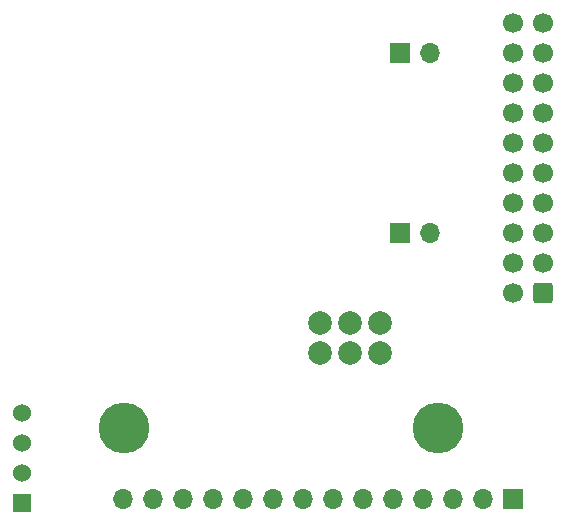
<source format=gbr>
%TF.GenerationSoftware,KiCad,Pcbnew,7.0.9*%
%TF.CreationDate,2023-12-08T14:14:16+01:00*%
%TF.ProjectId,E-paper adapter board,452d7061-7065-4722-9061-646170746572,rev?*%
%TF.SameCoordinates,Original*%
%TF.FileFunction,Soldermask,Bot*%
%TF.FilePolarity,Negative*%
%FSLAX46Y46*%
G04 Gerber Fmt 4.6, Leading zero omitted, Abs format (unit mm)*
G04 Created by KiCad (PCBNEW 7.0.9) date 2023-12-08 14:14:16*
%MOMM*%
%LPD*%
G01*
G04 APERTURE LIST*
G04 Aperture macros list*
%AMRoundRect*
0 Rectangle with rounded corners*
0 $1 Rounding radius*
0 $2 $3 $4 $5 $6 $7 $8 $9 X,Y pos of 4 corners*
0 Add a 4 corners polygon primitive as box body*
4,1,4,$2,$3,$4,$5,$6,$7,$8,$9,$2,$3,0*
0 Add four circle primitives for the rounded corners*
1,1,$1+$1,$2,$3*
1,1,$1+$1,$4,$5*
1,1,$1+$1,$6,$7*
1,1,$1+$1,$8,$9*
0 Add four rect primitives between the rounded corners*
20,1,$1+$1,$2,$3,$4,$5,0*
20,1,$1+$1,$4,$5,$6,$7,0*
20,1,$1+$1,$6,$7,$8,$9,0*
20,1,$1+$1,$8,$9,$2,$3,0*%
G04 Aperture macros list end*
%ADD10RoundRect,0.250000X0.600000X0.600000X-0.600000X0.600000X-0.600000X-0.600000X0.600000X-0.600000X0*%
%ADD11C,1.700000*%
%ADD12R,1.700000X1.700000*%
%ADD13O,1.700000X1.700000*%
%ADD14C,4.300000*%
%ADD15R,1.524000X1.524000*%
%ADD16C,1.524000*%
%ADD17C,2.000000*%
G04 APERTURE END LIST*
D10*
%TO.C,J3*%
X158540000Y-129540000D03*
D11*
X156000000Y-129540000D03*
X158540000Y-127000000D03*
X156000000Y-127000000D03*
X158540000Y-124460000D03*
X156000000Y-124460000D03*
X158540000Y-121920000D03*
X156000000Y-121920000D03*
X158540000Y-119380000D03*
X156000000Y-119380000D03*
X158540000Y-116840000D03*
X156000000Y-116840000D03*
X158540000Y-114300000D03*
X156000000Y-114300000D03*
X158540000Y-111760000D03*
X156000000Y-111760000D03*
X158540000Y-109220000D03*
X156000000Y-109220000D03*
X158540000Y-106680000D03*
X156000000Y-106680000D03*
%TD*%
D12*
%TO.C,JP1*%
X146460000Y-109220000D03*
D13*
X149000000Y-109220000D03*
%TD*%
D14*
%TO.C,H2*%
X123100000Y-141000000D03*
%TD*%
D15*
%TO.C,J4*%
X114500000Y-147320000D03*
D16*
X114500000Y-144780000D03*
X114500000Y-142240000D03*
X114500000Y-139700000D03*
%TD*%
D12*
%TO.C,J5*%
X156010000Y-147000000D03*
D13*
X153470000Y-147000000D03*
X150930000Y-147000000D03*
X148390000Y-147000000D03*
X145850000Y-147000000D03*
X143310000Y-147000000D03*
X140770000Y-147000000D03*
X138230000Y-147000000D03*
X135690000Y-147000000D03*
X133150000Y-147000000D03*
X130610000Y-147000000D03*
X128070000Y-147000000D03*
X125530000Y-147000000D03*
X122990000Y-147000000D03*
%TD*%
D14*
%TO.C,H1*%
X149700000Y-141000000D03*
%TD*%
D12*
%TO.C,JP2*%
X146460000Y-124460000D03*
D13*
X149000000Y-124460000D03*
%TD*%
D17*
%TO.C,J2*%
X139700000Y-132080000D03*
X142240000Y-132080000D03*
X144780000Y-132080000D03*
X144780000Y-134620000D03*
X142240000Y-134620000D03*
X139700000Y-134620000D03*
%TD*%
M02*

</source>
